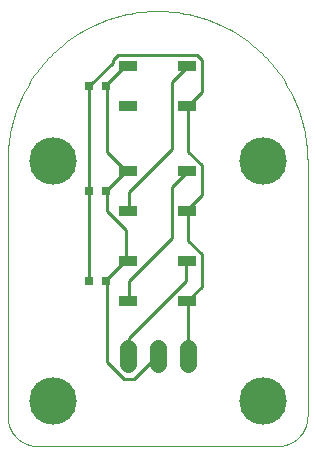
<source format=gtl>
G75*
%MOIN*%
%OFA0B0*%
%FSLAX25Y25*%
%IPPOS*%
%LPD*%
%AMOC8*
5,1,8,0,0,1.08239X$1,22.5*
%
%ADD10R,0.03150X0.03150*%
%ADD11C,0.05543*%
%ADD12C,0.00000*%
%ADD13C,0.15811*%
%ADD14R,0.05906X0.03543*%
%ADD15C,0.01000*%
D10*
X0028847Y0079006D03*
X0034753Y0079006D03*
X0034753Y0109006D03*
X0028847Y0109006D03*
X0028847Y0144006D03*
X0034753Y0144006D03*
D11*
X0041800Y0056778D02*
X0041800Y0051234D01*
X0051800Y0051234D02*
X0051800Y0056778D01*
X0061800Y0056778D02*
X0061800Y0051234D01*
D12*
X0091800Y0024006D02*
X0011800Y0024006D01*
X0011558Y0024009D01*
X0011317Y0024018D01*
X0011076Y0024032D01*
X0010835Y0024053D01*
X0010595Y0024079D01*
X0010355Y0024111D01*
X0010116Y0024149D01*
X0009879Y0024192D01*
X0009642Y0024242D01*
X0009407Y0024297D01*
X0009173Y0024357D01*
X0008941Y0024424D01*
X0008710Y0024495D01*
X0008481Y0024573D01*
X0008254Y0024656D01*
X0008029Y0024744D01*
X0007806Y0024838D01*
X0007586Y0024937D01*
X0007368Y0025042D01*
X0007153Y0025151D01*
X0006940Y0025266D01*
X0006730Y0025386D01*
X0006524Y0025511D01*
X0006320Y0025641D01*
X0006119Y0025776D01*
X0005922Y0025916D01*
X0005728Y0026060D01*
X0005538Y0026209D01*
X0005352Y0026363D01*
X0005169Y0026521D01*
X0004990Y0026683D01*
X0004815Y0026850D01*
X0004644Y0027021D01*
X0004477Y0027196D01*
X0004315Y0027375D01*
X0004157Y0027558D01*
X0004003Y0027744D01*
X0003854Y0027934D01*
X0003710Y0028128D01*
X0003570Y0028325D01*
X0003435Y0028526D01*
X0003305Y0028730D01*
X0003180Y0028936D01*
X0003060Y0029146D01*
X0002945Y0029359D01*
X0002836Y0029574D01*
X0002731Y0029792D01*
X0002632Y0030012D01*
X0002538Y0030235D01*
X0002450Y0030460D01*
X0002367Y0030687D01*
X0002289Y0030916D01*
X0002218Y0031147D01*
X0002151Y0031379D01*
X0002091Y0031613D01*
X0002036Y0031848D01*
X0001986Y0032085D01*
X0001943Y0032322D01*
X0001905Y0032561D01*
X0001873Y0032801D01*
X0001847Y0033041D01*
X0001826Y0033282D01*
X0001812Y0033523D01*
X0001803Y0033764D01*
X0001800Y0034006D01*
X0001800Y0119006D01*
X0001815Y0120224D01*
X0001859Y0121440D01*
X0001933Y0122656D01*
X0002037Y0123869D01*
X0002170Y0125079D01*
X0002333Y0126286D01*
X0002525Y0127488D01*
X0002746Y0128686D01*
X0002996Y0129878D01*
X0003275Y0131063D01*
X0003583Y0132241D01*
X0003920Y0133411D01*
X0004285Y0134573D01*
X0004678Y0135725D01*
X0005099Y0136868D01*
X0005548Y0137999D01*
X0006024Y0139120D01*
X0006528Y0140229D01*
X0007058Y0141325D01*
X0007615Y0142408D01*
X0008198Y0143477D01*
X0008806Y0144531D01*
X0009441Y0145571D01*
X0010100Y0146594D01*
X0010784Y0147602D01*
X0011493Y0148592D01*
X0012225Y0149565D01*
X0012981Y0150519D01*
X0013760Y0151455D01*
X0014561Y0152372D01*
X0015385Y0153269D01*
X0016230Y0154145D01*
X0017096Y0155001D01*
X0017983Y0155836D01*
X0018890Y0156648D01*
X0019816Y0157438D01*
X0020762Y0158206D01*
X0021725Y0158950D01*
X0022707Y0159670D01*
X0023706Y0160367D01*
X0024721Y0161039D01*
X0025753Y0161686D01*
X0026800Y0162307D01*
X0027862Y0162903D01*
X0028938Y0163473D01*
X0030027Y0164017D01*
X0031130Y0164533D01*
X0032245Y0165023D01*
X0033371Y0165486D01*
X0034508Y0165921D01*
X0035656Y0166328D01*
X0036813Y0166707D01*
X0037979Y0167058D01*
X0039153Y0167380D01*
X0040335Y0167674D01*
X0041524Y0167939D01*
X0042718Y0168174D01*
X0043918Y0168381D01*
X0045123Y0168558D01*
X0046331Y0168706D01*
X0047543Y0168824D01*
X0048758Y0168913D01*
X0049974Y0168973D01*
X0051191Y0169002D01*
X0052409Y0169002D01*
X0053626Y0168973D01*
X0054842Y0168913D01*
X0056057Y0168824D01*
X0057269Y0168706D01*
X0058477Y0168558D01*
X0059682Y0168381D01*
X0060882Y0168174D01*
X0062076Y0167939D01*
X0063265Y0167674D01*
X0064447Y0167380D01*
X0065621Y0167058D01*
X0066787Y0166707D01*
X0067944Y0166328D01*
X0069092Y0165921D01*
X0070229Y0165486D01*
X0071355Y0165023D01*
X0072470Y0164533D01*
X0073573Y0164017D01*
X0074662Y0163473D01*
X0075738Y0162903D01*
X0076800Y0162307D01*
X0077847Y0161686D01*
X0078879Y0161039D01*
X0079894Y0160367D01*
X0080893Y0159670D01*
X0081875Y0158950D01*
X0082838Y0158206D01*
X0083784Y0157438D01*
X0084710Y0156648D01*
X0085617Y0155836D01*
X0086504Y0155001D01*
X0087370Y0154145D01*
X0088215Y0153269D01*
X0089039Y0152372D01*
X0089840Y0151455D01*
X0090619Y0150519D01*
X0091375Y0149565D01*
X0092107Y0148592D01*
X0092816Y0147602D01*
X0093500Y0146594D01*
X0094159Y0145571D01*
X0094794Y0144531D01*
X0095402Y0143477D01*
X0095985Y0142408D01*
X0096542Y0141325D01*
X0097072Y0140229D01*
X0097576Y0139120D01*
X0098052Y0137999D01*
X0098501Y0136868D01*
X0098922Y0135725D01*
X0099315Y0134573D01*
X0099680Y0133411D01*
X0100017Y0132241D01*
X0100325Y0131063D01*
X0100604Y0129878D01*
X0100854Y0128686D01*
X0101075Y0127488D01*
X0101267Y0126286D01*
X0101430Y0125079D01*
X0101563Y0123869D01*
X0101667Y0122656D01*
X0101741Y0121440D01*
X0101785Y0120224D01*
X0101800Y0119006D01*
X0101800Y0034006D01*
X0101797Y0033764D01*
X0101788Y0033523D01*
X0101774Y0033282D01*
X0101753Y0033041D01*
X0101727Y0032801D01*
X0101695Y0032561D01*
X0101657Y0032322D01*
X0101614Y0032085D01*
X0101564Y0031848D01*
X0101509Y0031613D01*
X0101449Y0031379D01*
X0101382Y0031147D01*
X0101311Y0030916D01*
X0101233Y0030687D01*
X0101150Y0030460D01*
X0101062Y0030235D01*
X0100968Y0030012D01*
X0100869Y0029792D01*
X0100764Y0029574D01*
X0100655Y0029359D01*
X0100540Y0029146D01*
X0100420Y0028936D01*
X0100295Y0028730D01*
X0100165Y0028526D01*
X0100030Y0028325D01*
X0099890Y0028128D01*
X0099746Y0027934D01*
X0099597Y0027744D01*
X0099443Y0027558D01*
X0099285Y0027375D01*
X0099123Y0027196D01*
X0098956Y0027021D01*
X0098785Y0026850D01*
X0098610Y0026683D01*
X0098431Y0026521D01*
X0098248Y0026363D01*
X0098062Y0026209D01*
X0097872Y0026060D01*
X0097678Y0025916D01*
X0097481Y0025776D01*
X0097280Y0025641D01*
X0097076Y0025511D01*
X0096870Y0025386D01*
X0096660Y0025266D01*
X0096447Y0025151D01*
X0096232Y0025042D01*
X0096014Y0024937D01*
X0095794Y0024838D01*
X0095571Y0024744D01*
X0095346Y0024656D01*
X0095119Y0024573D01*
X0094890Y0024495D01*
X0094659Y0024424D01*
X0094427Y0024357D01*
X0094193Y0024297D01*
X0093958Y0024242D01*
X0093721Y0024192D01*
X0093484Y0024149D01*
X0093245Y0024111D01*
X0093005Y0024079D01*
X0092765Y0024053D01*
X0092524Y0024032D01*
X0092283Y0024018D01*
X0092042Y0024009D01*
X0091800Y0024006D01*
D13*
X0086800Y0039006D03*
X0086800Y0119006D03*
X0016800Y0119006D03*
X0016800Y0039006D03*
D14*
X0041957Y0072313D03*
X0041957Y0085699D03*
X0041957Y0102313D03*
X0041957Y0115699D03*
X0041957Y0137313D03*
X0041957Y0150699D03*
X0061643Y0150699D03*
X0061643Y0137313D03*
X0061643Y0115699D03*
X0061643Y0102313D03*
X0061643Y0085699D03*
X0061643Y0072313D03*
D15*
X0062100Y0072606D01*
X0066600Y0077106D01*
X0066600Y0087906D01*
X0062100Y0092406D01*
X0062100Y0102306D01*
X0061643Y0102313D01*
X0062100Y0103206D01*
X0066600Y0107706D01*
X0066600Y0117606D01*
X0062100Y0122106D01*
X0062100Y0136506D01*
X0061643Y0137313D01*
X0062100Y0137406D01*
X0066600Y0141906D01*
X0066600Y0152706D01*
X0064800Y0154506D01*
X0038700Y0154506D01*
X0036900Y0152706D01*
X0036900Y0151806D01*
X0029700Y0144606D01*
X0028847Y0144006D01*
X0028800Y0143706D01*
X0028800Y0109506D01*
X0028847Y0109006D01*
X0028800Y0108606D01*
X0028800Y0079806D01*
X0028847Y0079006D01*
X0034753Y0079006D02*
X0035100Y0078906D01*
X0035100Y0051906D01*
X0040500Y0046506D01*
X0044100Y0046506D01*
X0051300Y0053706D01*
X0051800Y0054006D01*
X0061800Y0054006D02*
X0062100Y0054606D01*
X0062100Y0071706D01*
X0061643Y0072313D01*
X0061200Y0078906D02*
X0042300Y0060006D01*
X0042300Y0054606D01*
X0041800Y0054006D01*
X0041957Y0072313D02*
X0042300Y0072606D01*
X0042300Y0078906D01*
X0056700Y0093306D01*
X0056700Y0110406D01*
X0061200Y0114906D01*
X0061643Y0115699D01*
X0056700Y0123006D02*
X0056700Y0145506D01*
X0061200Y0150006D01*
X0061643Y0150699D01*
X0056700Y0123006D02*
X0042300Y0108606D01*
X0042300Y0103206D01*
X0041957Y0102313D01*
X0041400Y0096006D02*
X0035100Y0102306D01*
X0035100Y0108606D01*
X0034753Y0109006D01*
X0035100Y0109506D01*
X0041400Y0115806D01*
X0041957Y0115699D01*
X0041400Y0115806D02*
X0035100Y0122106D01*
X0035100Y0143706D01*
X0034753Y0144006D01*
X0035100Y0144606D01*
X0041400Y0150906D01*
X0041957Y0150699D01*
X0041400Y0096006D02*
X0041400Y0086106D01*
X0041957Y0085699D01*
X0041400Y0086106D02*
X0035100Y0079806D01*
X0034753Y0079006D01*
X0061200Y0078906D02*
X0061200Y0085206D01*
X0061643Y0085699D01*
M02*

</source>
